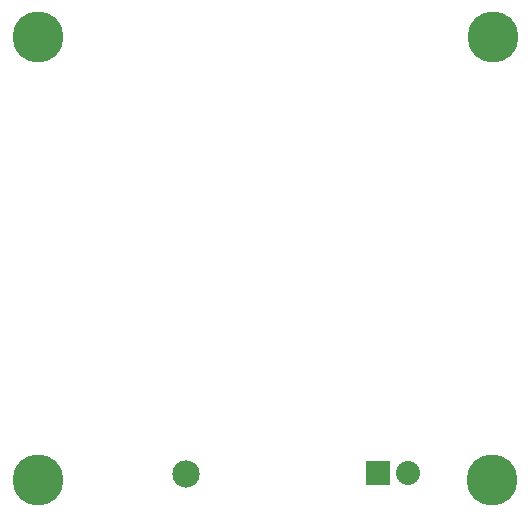
<source format=gbs>
G04 (created by PCBNEW-RS274X (2011-05-25)-stable) date Mon 06 Feb 2012 01:35:10 PM EST*
G01*
G70*
G90*
%MOIN*%
G04 Gerber Fmt 3.4, Leading zero omitted, Abs format*
%FSLAX34Y34*%
G04 APERTURE LIST*
%ADD10C,0.006000*%
%ADD11R,0.080000X0.080000*%
%ADD12C,0.080000*%
%ADD13C,0.090900*%
%ADD14C,0.170000*%
G04 APERTURE END LIST*
G54D10*
G54D11*
X-05000Y01031D03*
G54D12*
X-04000Y01031D03*
G54D13*
X-11417Y00984D03*
G54D14*
X-16338Y15551D03*
X-01181Y15551D03*
X-01220Y00805D03*
X-16338Y00787D03*
M02*

</source>
